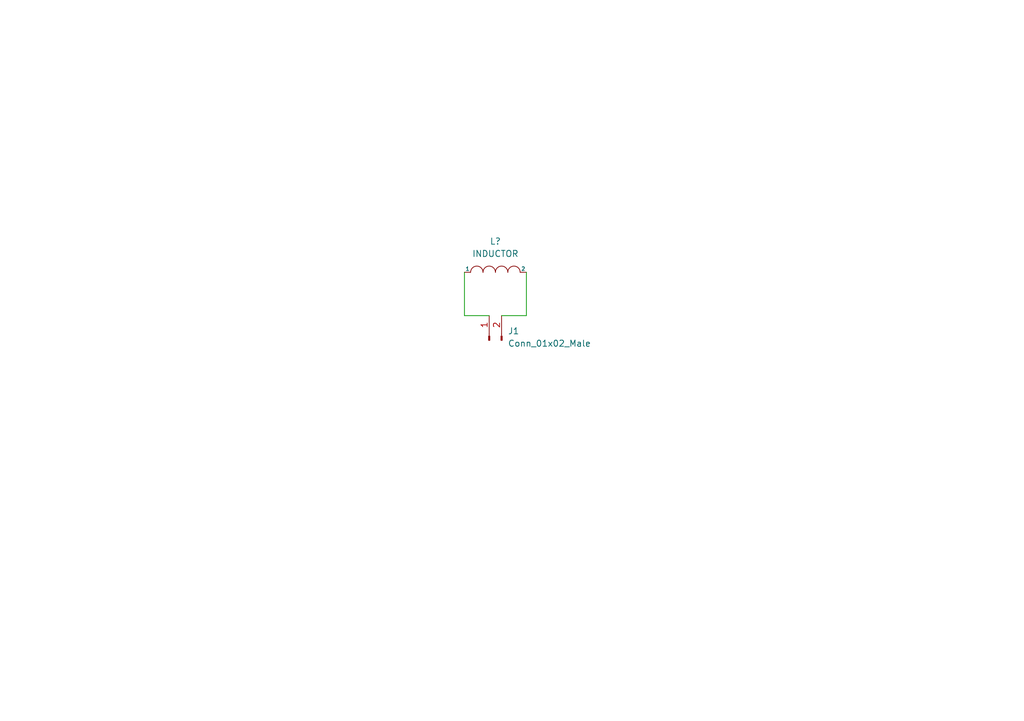
<source format=kicad_sch>
(kicad_sch (version 20211123) (generator eeschema)
  (paper "A5")
  (lib_symbols
    (symbol "Connector:Conn_01x02_Male" (pin_names (offset 1.016) hide)
      (property "Reference" "J" (at 0 2.54 0))
      (property "Value" "Conn_01x02_Male" (at 0 -5.08 0))
      (symbol "Conn_01x02_Male_1_1"
        (polyline (pts (xy 1.27 -2.54) (xy 0.8636 -2.54)) (stroke (width 0.1524)))
        (polyline (pts (xy 1.27 0) (xy 0.8636 0)) (stroke (width 0.1524)))
        (rectangle (start 0.8636 -2.413) (end 0 -2.667) (stroke (width 0.1524)) (fill (type outline)))
        (rectangle (start 0.8636 0.127) (end 0 -0.127) (stroke (width 0.1524)) (fill (type outline)))
        (pin passive line (at 5.08 0 180) (length 3.81) (name "Pin_1") (number "1"))
        (pin passive line (at 5.08 -2.54 180) (length 3.81) (name "Pin_2") (number "2"))
      )
    )
    (symbol "pspice:INDUCTOR" (pin_numbers hide) (pin_names (offset 0))
      (property "Reference" "L" (at 0 2.54 0))
      (property "Value" "INDUCTOR" (at 0 -1.27 0))
      (symbol "INDUCTOR_0_1"
        (arc (start -2.54 0) (mid -3.81 1.27) (end -5.08 0))
        (arc (start 0 0) (mid -1.27 1.27) (end -2.54 0))
        (arc (start 2.54 0) (mid 1.27 1.27) (end 0 0))
        (arc (start 5.08 0) (mid 3.81 1.27) (end 2.54 0))
      )
      (symbol "INDUCTOR_1_1"
        (pin input line (at -6.35 0 0) (length 1.27) (name "1") (number "1"))
        (pin input line (at 6.35 0 180) (length 1.27) (name "2") (number "2"))
      )
    )
  )
  (wire (pts (xy 107.95 64.77) (xy 107.95 55.88)))
  (wire (pts (xy 95.25 64.77) (xy 100.33 64.77)))
  (wire (pts (xy 102.87 64.77) (xy 107.95 64.77)))
  (wire (pts (xy 95.25 64.77) (xy 95.25 55.88)))
  (symbol (lib_id "pspice:INDUCTOR") (at 101.6 55.88 0) (unit 1)
    (property "Reference" "L?" (at 101.6 49.53 0))
    (property "Value" "INDUCTOR" (at 101.6 52.07 0))
  )
  (symbol (lib_id "Connector:Conn_01x02_Male") (at 100.33 69.85 90) (unit 1)
    (property "Reference" "J1" (at 104.14 67.9449 90) (effects (justify right)))
    (property "Value" "Conn_01x02_Male" (at 104.14 70.4849 90) (effects (justify right)))
  )
)
</source>
